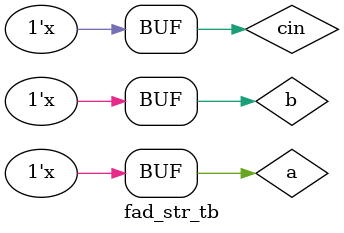
<source format=v>
module fad_str(a,b,cin,sum,cout
    );
	 input a,b,cin;
	 output sum,cout;
	 wire w1,w2,w3;
	 
	 ha_str i1(a,b,w1,w2);
	 ha_str i2(w1,cin,sum,w3);
	 or i3(cout,w2,w3);
endmodule
module ha_str(a,b,sum,cout
    );
	 input a,b;
	 output sum,cout;
	 xor n1(sum,a,b);
	 and n2(cout,a,b);
endmodule
module fad_str_tb;

	// Inputs
	reg a;
	reg b;
	reg cin;

	// Outputs
	wire sum;
	wire cout;

	// Instantiate the Design Under Test (DUT)
	fad_str uut (a,b,cin,sum,cout
	);

	initial a=1'b0;
	initial b=1'b0;
	initial cin=1'b0;
	always #20 cin=cin+1'b1;
	always #40 b=b+1'b1;
	always #80 a=a+1'b1;
	

      
endmodule


</source>
